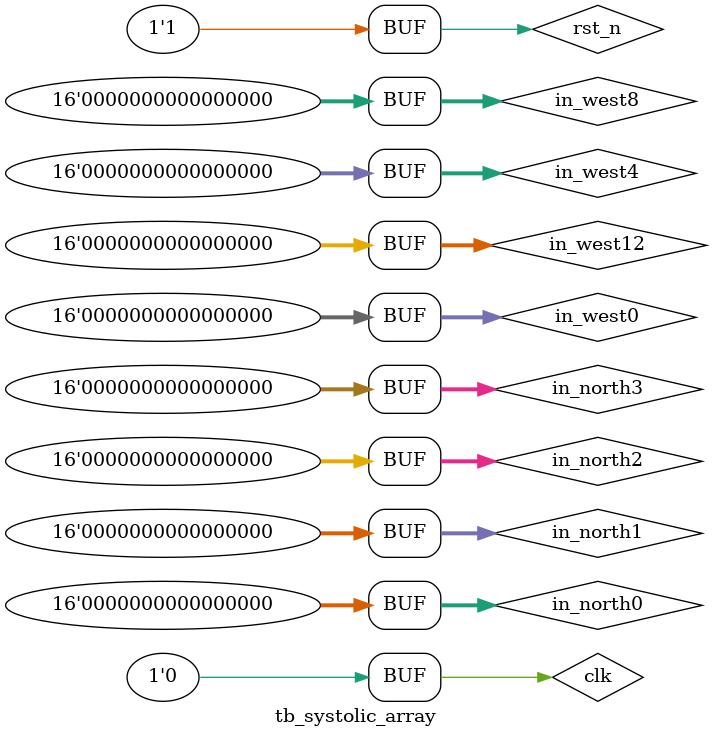
<source format=v>
`timescale 1ns / 1ps

/*
We're gonna do multiplication for this simple matrix:
[ 2 1 2 1    times by 	[ 0 1 4 3    And the result:   [ 8 10 13 10
  0 1 0 1                 3 0 1 0 						 6  0  3  0
  1 2 0 1				  1 4 1 2						 9  1  8  3
  1 1 1 0 ]				  3 0 2 0 ]						 4  5  6  5 ]
*/
module tb_systolic_array;

// Parameters for the systolic array
parameter WIDTH = 16;
parameter FRAC_WIDTH = 8;

// Inputs to the systolic array
reg clk;
reg rst_n;
reg [WIDTH-1:0] in_north0, in_north1, in_north2, in_north3;
reg [WIDTH-1:0] in_west0, in_west4, in_west8, in_west12;

// Outputs from the systolic array
wire done;
wire [WIDTH*WIDTH-1:0] out;

// Instantiate the systolic array (Device Under Test)
systolic_array #(
    .WIDTH(WIDTH),
    .FRAC_WIDTH(FRAC_WIDTH)
) uut (
    .clk(clk),
    .rst_n(rst_n),
    .in_north0(in_north0),
    .in_north1(in_north1),
    .in_north2(in_north2),
    .in_north3(in_north3),
    .in_west0(in_west0),
    .in_west4(in_west4),
    .in_west8(in_west8),
    .in_west12(in_west12),
    .done(done),
    .out(out)
);


initial begin
    #10 in_north0 = 16'h0300;  
        in_west0 = 16'h0100;
    #10 in_north0 = 16'h0100;  
        in_west0 = 16'h0200;
    #10 in_north0 = 16'h0300;  
        in_west0 = 16'h0100;
    #10 in_north0 = 16'h0000;  
        in_west0 = 16'h0200;
	//
	#10 in_north0 = 16'h0000;  
        in_west0 = 16'h0000;
	#10 in_north0 = 16'h0000;  
        in_west0 = 16'h0000;
	#10 in_north0 = 16'h0000;  
        in_west0 = 16'h0000;
end

initial begin
    #10 in_north1 = 16'h0000;  
        in_west4 = 16'h0000;
	//
    #10 in_north1 = 16'h0000;  
        in_west4 = 16'h0100;
    #10 in_north1 = 16'h0400;  
        in_west4 = 16'h0000;
    #10 in_north1 = 16'h0000;  
        in_west4 = 16'h0100;
	#10 in_north1 = 16'h0100;  
        in_west4 = 16'h0000;
	//
	#10 in_north1 = 16'h0000;  
        in_west4 = 16'h0000;
	#10 in_north1 = 16'h0000;  
        in_west4 = 16'h0000;
end

initial begin
    #10 in_north2 = 16'h0000;  
        in_west8 = 16'h0000;
    #10 in_north2 = 16'h0000;  
        in_west8 = 16'h0000;
		//
    #10 in_north2 = 16'h0200;  
        in_west8 = 16'h0100;
    #10 in_north2 = 16'h0100;  
        in_west8 = 16'h0000;
	#10 in_north2 = 16'h0100;  
        in_west8 = 16'h0200;
	#10 in_north2 = 16'h0400;  
        in_west8 = 16'h0100;
	//
	#10 in_north2 = 16'h0000;  
        in_west8 = 16'h0000;
end

initial begin
    #10 in_north3 = 16'h0000;  
        in_west12 = 16'h0000;
    #10 in_north3 = 16'h0000;  
        in_west12 = 16'h0000;
    #10 in_north3 = 16'h0000;  
        in_west12 = 16'h0000;
	//
    #10 in_north3 = 16'h0000;  
        in_west12 = 16'h0000;
	#10 in_north3 = 16'h0200;  
        in_west12 = 16'h0100;
	#10 in_north3 = 16'h0000;  
        in_west12 = 16'h0100;
	#10 in_north3 = 16'h0300;  
        in_west12 = 16'h0100;
end

// Initial block to apply test cases
initial begin
    // Initialize signals
    clk = 0;
    rst_n = 0;
    in_north0 = 0;
    in_north1 = 0;
    in_north2 = 0;
    in_north3 = 0;
    in_west0 = 0;
    in_west4 = 0;
    in_west8 = 0;
    in_west12 = 0;

    // Apply reset
    #10 rst_n = 1;  // Release reset after 10 ns
end

// Clock generation
initial begin
	repeat(50)
		#5 clk <= ~clk;
end

// Dumping to see the waveform file
initial begin
    // Set up VCD dump file
    $dumpfile("tb_systolic_array.vcd");  // VCD output file
    $dumpvars(0, tb_systolic_array);      // Dump all variables in the testbench
end

endmodule

</source>
